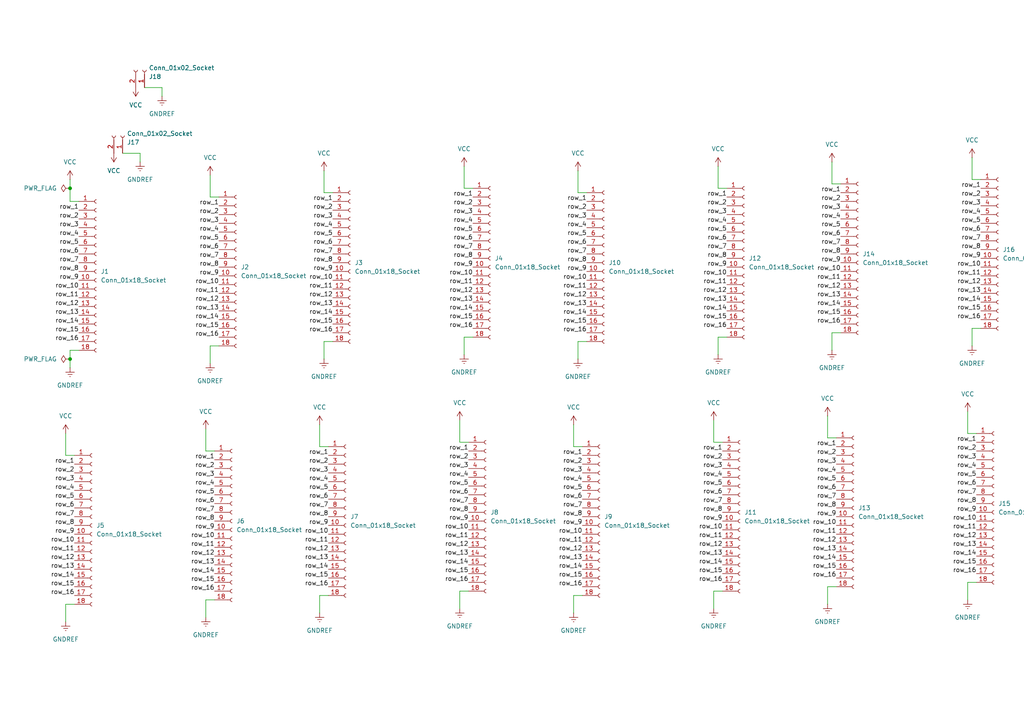
<source format=kicad_sch>
(kicad_sch (version 20250114) (generator "eeschema") (generator_version "9.0")
  (paper "A4")
  (lib_symbols
    (symbol "Connector:Conn_01x02_Socket" (pin_names (offset 1.016) (hide yes))
      (property "Reference" "J" (at 0 2.54 0))
      (property "Value" "Conn_01x02_Socket" (at 0 -5.08 0))
      (symbol "Conn_01x02_Socket_1_1"
        (polyline (pts (xy -1.27 0) (xy -0.508 0)) (stroke (width 0.1524)))
        (polyline (pts (xy -1.27 -2.54) (xy -0.508 -2.54)) (stroke (width 0.1524)))
        (arc (start 0 -0.508) (mid -0.5058 0) (end 0 0.508) (stroke (width 0.1524)))
        (arc (start 0 -3.048) (mid -0.5058 -2.54) (end 0 -2.032) (stroke (width 0.1524)))
        (pin passive line (at -5.08 0 0) (length 3.81) (name "Pin_1") (number "1"))
        (pin passive line (at -5.08 -2.54 0) (length 3.81) (name "Pin_2") (number "2"))
      )
    )
    (symbol "Connector:Conn_01x18_Socket" (pin_names (offset 1.016) (hide yes))
      (property "Reference" "J" (at 0 22.86 0))
      (property "Value" "Conn_01x18_Socket" (at 0 -25.4 0))
      (symbol "Conn_01x18_Socket_1_1"
        (polyline (pts (xy -1.27 20.32) (xy -0.508 20.32)) (stroke (width 0.1524)))
        (polyline (pts (xy -1.27 17.78) (xy -0.508 17.78)) (stroke (width 0.1524)))
        (polyline (pts (xy -1.27 15.24) (xy -0.508 15.24)) (stroke (width 0.1524)))
        (polyline (pts (xy -1.27 12.7) (xy -0.508 12.7)) (stroke (width 0.1524)))
        (polyline (pts (xy -1.27 10.16) (xy -0.508 10.16)) (stroke (width 0.1524)))
        (polyline (pts (xy -1.27 7.62) (xy -0.508 7.62)) (stroke (width 0.1524)))
        (polyline (pts (xy -1.27 5.08) (xy -0.508 5.08)) (stroke (width 0.1524)))
        (polyline (pts (xy -1.27 2.54) (xy -0.508 2.54)) (stroke (width 0.1524)))
        (polyline (pts (xy -1.27 0) (xy -0.508 0)) (stroke (width 0.1524)))
        (polyline (pts (xy -1.27 -2.54) (xy -0.508 -2.54)) (stroke (width 0.1524)))
        (polyline (pts (xy -1.27 -5.08) (xy -0.508 -5.08)) (stroke (width 0.1524)))
        (polyline (pts (xy -1.27 -7.62) (xy -0.508 -7.62)) (stroke (width 0.1524)))
        (polyline (pts (xy -1.27 -10.16) (xy -0.508 -10.16)) (stroke (width 0.1524)))
        (polyline (pts (xy -1.27 -12.7) (xy -0.508 -12.7)) (stroke (width 0.1524)))
        (polyline (pts (xy -1.27 -15.24) (xy -0.508 -15.24)) (stroke (width 0.1524)))
        (polyline (pts (xy -1.27 -17.78) (xy -0.508 -17.78)) (stroke (width 0.1524)))
        (polyline (pts (xy -1.27 -20.32) (xy -0.508 -20.32)) (stroke (width 0.1524)))
        (polyline (pts (xy -1.27 -22.86) (xy -0.508 -22.86)) (stroke (width 0.1524)))
        (arc (start 0 19.812) (mid -0.5058 20.32) (end 0 20.828) (stroke (width 0.1524)))
        (arc (start 0 17.272) (mid -0.5058 17.78) (end 0 18.288) (stroke (width 0.1524)))
        (arc (start 0 14.732) (mid -0.5058 15.24) (end 0 15.748) (stroke (width 0.1524)))
        (arc (start 0 12.192) (mid -0.5058 12.7) (end 0 13.208) (stroke (width 0.1524)))
        (arc (start 0 9.652) (mid -0.5058 10.16) (end 0 10.668) (stroke (width 0.1524)))
        (arc (start 0 7.112) (mid -0.5058 7.62) (end 0 8.128) (stroke (width 0.1524)))
        (arc (start 0 4.572) (mid -0.5058 5.08) (end 0 5.588) (stroke (width 0.1524)))
        (arc (start 0 2.032) (mid -0.5058 2.54) (end 0 3.048) (stroke (width 0.1524)))
        (arc (start 0 -0.508) (mid -0.5058 0) (end 0 0.508) (stroke (width 0.1524)))
        (arc (start 0 -3.048) (mid -0.5058 -2.54) (end 0 -2.032) (stroke (width 0.1524)))
        (arc (start 0 -5.588) (mid -0.5058 -5.08) (end 0 -4.572) (stroke (width 0.1524)))
        (arc (start 0 -8.128) (mid -0.5058 -7.62) (end 0 -7.112) (stroke (width 0.1524)))
        (arc (start 0 -10.668) (mid -0.5058 -10.16) (end 0 -9.652) (stroke (width 0.1524)))
        (arc (start 0 -13.208) (mid -0.5058 -12.7) (end 0 -12.192) (stroke (width 0.1524)))
        (arc (start 0 -15.748) (mid -0.5058 -15.24) (end 0 -14.732) (stroke (width 0.1524)))
        (arc (start 0 -18.288) (mid -0.5058 -17.78) (end 0 -17.272) (stroke (width 0.1524)))
        (arc (start 0 -20.828) (mid -0.5058 -20.32) (end 0 -19.812) (stroke (width 0.1524)))
        (arc (start 0 -23.368) (mid -0.5058 -22.86) (end 0 -22.352) (stroke (width 0.1524)))
        (pin passive line (at -5.08 20.32 0) (length 3.81) (name "Pin_1") (number "1"))
        (pin passive line (at -5.08 17.78 0) (length 3.81) (name "Pin_2") (number "2"))
        (pin passive line (at -5.08 15.24 0) (length 3.81) (name "Pin_3") (number "3"))
        (pin passive line (at -5.08 12.7 0) (length 3.81) (name "Pin_4") (number "4"))
        (pin passive line (at -5.08 10.16 0) (length 3.81) (name "Pin_5") (number "5"))
        (pin passive line (at -5.08 7.62 0) (length 3.81) (name "Pin_6") (number "6"))
        (pin passive line (at -5.08 5.08 0) (length 3.81) (name "Pin_7") (number "7"))
        (pin passive line (at -5.08 2.54 0) (length 3.81) (name "Pin_8") (number "8"))
        (pin passive line (at -5.08 0 0) (length 3.81) (name "Pin_9") (number "9"))
        (pin passive line (at -5.08 -2.54 0) (length 3.81) (name "Pin_10") (number "10"))
        (pin passive line (at -5.08 -5.08 0) (length 3.81) (name "Pin_11") (number "11"))
        (pin passive line (at -5.08 -7.62 0) (length 3.81) (name "Pin_12") (number "12"))
        (pin passive line (at -5.08 -10.16 0) (length 3.81) (name "Pin_13") (number "13"))
        (pin passive line (at -5.08 -12.7 0) (length 3.81) (name "Pin_14") (number "14"))
        (pin passive line (at -5.08 -15.24 0) (length 3.81) (name "Pin_15") (number "15"))
        (pin passive line (at -5.08 -17.78 0) (length 3.81) (name "Pin_16") (number "16"))
        (pin passive line (at -5.08 -20.32 0) (length 3.81) (name "Pin_17") (number "17"))
        (pin passive line (at -5.08 -22.86 0) (length 3.81) (name "Pin_18") (number "18"))
      )
    )
    (symbol "power:GNDREF" (power) (pin_numbers (hide yes)) (pin_names (offset 0) (hide yes))
      (property "Value" "GNDREF" (at 0 -3.81 0))
      (symbol "GNDREF_0_1"
        (polyline (pts (xy -0.635 -1.905) (xy 0.635 -1.905)))
        (polyline (pts (xy -0.127 -2.54) (xy 0.127 -2.54)))
        (polyline (pts (xy 0 -1.27) (xy 0 0)))
        (polyline (pts (xy 1.27 -1.27) (xy -1.27 -1.27)))
      )
      (symbol "GNDREF_1_1"
        (pin power_in line (at 0 0 270) (length 0) (name "~") (number "1"))
      )
    )
    (symbol "power:PWR_FLAG" (power) (pin_numbers (hide yes)) (pin_names (offset 0) (hide yes))
      (property "Value" "PWR_FLAG" (at 0 3.81 0))
      (symbol "PWR_FLAG_0_0"
        (pin power_out line (at 0 0 90) (length 0) (name "~") (number "1"))
      )
      (symbol "PWR_FLAG_0_1"
        (polyline (pts (xy 0 0) (xy 0 1.27) (xy -1.016 1.905) (xy 0 2.54) (xy 1.016 1.905) (xy 0 1.27)))
      )
    )
    (symbol "power:VCC" (power) (pin_numbers (hide yes)) (pin_names (offset 0) (hide yes))
      (property "Value" "VCC" (at 0 3.556 0))
      (symbol "VCC_0_1"
        (polyline (pts (xy -0.762 1.27) (xy 0 2.54)))
        (polyline (pts (xy 0 2.54) (xy 0.762 1.27)))
        (polyline (pts (xy 0 0) (xy 0 2.54)))
      )
      (symbol "VCC_1_1"
        (pin power_in line (at 0 0 90) (length 0) (name "~") (number "1"))
      )
    )
  )
  (junction (at 20.32 104.14))
  (junction (at 20.32 54.61))
  (wire (pts (xy 208.28 48.26) (xy 208.28 54.61)))
  (wire (pts (xy 240.03 120.65) (xy 240.03 127)))
  (wire (pts (xy 210.82 97.79) (xy 208.28 97.79)))
  (wire (pts (xy 133.35 121.92) (xy 133.35 128.27)))
  (wire (pts (xy 92.71 123.19) (xy 92.71 129.54)))
  (wire (pts (xy 168.91 172.72) (xy 166.37 172.72)))
  (wire (pts (xy 281.94 52.07) (xy 284.48 52.07)))
  (wire (pts (xy 63.5 100.33) (xy 60.96 100.33)))
  (wire (pts (xy 284.48 95.25) (xy 281.94 95.25)))
  (wire (pts (xy 93.98 55.88) (xy 96.52 55.88)))
  (wire (pts (xy 135.89 171.45) (xy 133.35 171.45)))
  (wire (pts (xy 62.23 173.99) (xy 59.69 173.99)))
  (wire (pts (xy 240.03 127) (xy 242.57 127)))
  (wire (pts (xy 134.62 54.61) (xy 137.16 54.61)))
  (wire (pts (xy 93.98 49.53) (xy 93.98 55.88)))
  (wire (pts (xy 19.05 125.73) (xy 19.05 132.08)))
  (wire (pts (xy 20.32 58.42) (xy 22.86 58.42)))
  (wire (pts (xy 133.35 128.27) (xy 135.89 128.27)))
  (wire (pts (xy 93.98 99.06) (xy 93.98 104.14)))
  (wire (pts (xy 241.3 96.52) (xy 241.3 101.6)))
  (wire (pts (xy 283.21 168.91) (xy 280.67 168.91)))
  (wire (pts (xy 59.69 130.81) (xy 62.23 130.81)))
  (wire (pts (xy 60.96 57.15) (xy 63.5 57.15)))
  (wire (pts (xy 92.71 129.54) (xy 95.25 129.54)))
  (wire (pts (xy 280.67 125.73) (xy 283.21 125.73)))
  (wire (pts (xy 22.86 101.6) (xy 20.32 101.6)))
  (wire (pts (xy 60.96 50.8) (xy 60.96 57.15)))
  (wire (pts (xy 46.99 25.4) (xy 46.99 27.94)))
  (wire (pts (xy 170.18 99.06) (xy 167.64 99.06)))
  (wire (pts (xy 20.32 52.07) (xy 20.32 54.61)))
  (wire (pts (xy 59.69 173.99) (xy 59.69 179.07)))
  (wire (pts (xy 20.32 104.14) (xy 20.32 106.68)))
  (wire (pts (xy 41.91 25.4) (xy 46.99 25.4)))
  (wire (pts (xy 281.94 95.25) (xy 281.94 100.33)))
  (wire (pts (xy 133.35 171.45) (xy 133.35 176.53)))
  (wire (pts (xy 209.55 171.45) (xy 207.01 171.45)))
  (wire (pts (xy 21.59 175.26) (xy 19.05 175.26)))
  (wire (pts (xy 166.37 172.72) (xy 166.37 177.8)))
  (wire (pts (xy 19.05 175.26) (xy 19.05 180.34)))
  (wire (pts (xy 95.25 172.72) (xy 92.71 172.72)))
  (wire (pts (xy 137.16 97.79) (xy 134.62 97.79)))
  (wire (pts (xy 92.71 172.72) (xy 92.71 177.8)))
  (wire (pts (xy 207.01 121.92) (xy 207.01 128.27)))
  (wire (pts (xy 207.01 171.45) (xy 207.01 176.53)))
  (wire (pts (xy 19.05 132.08) (xy 21.59 132.08)))
  (wire (pts (xy 241.3 53.34) (xy 243.84 53.34)))
  (wire (pts (xy 208.28 54.61) (xy 210.82 54.61)))
  (wire (pts (xy 167.64 49.53) (xy 167.64 55.88)))
  (wire (pts (xy 281.94 45.72) (xy 281.94 52.07)))
  (wire (pts (xy 243.84 96.52) (xy 241.3 96.52)))
  (wire (pts (xy 20.32 101.6) (xy 20.32 104.14)))
  (wire (pts (xy 208.28 97.79) (xy 208.28 102.87)))
  (wire (pts (xy 20.32 54.61) (xy 20.32 58.42)))
  (wire (pts (xy 280.67 119.38) (xy 280.67 125.73)))
  (wire (pts (xy 167.64 99.06) (xy 167.64 104.14)))
  (wire (pts (xy 134.62 48.26) (xy 134.62 54.61)))
  (wire (pts (xy 59.69 124.46) (xy 59.69 130.81)))
  (wire (pts (xy 134.62 97.79) (xy 134.62 102.87)))
  (wire (pts (xy 207.01 128.27) (xy 209.55 128.27)))
  (wire (pts (xy 241.3 46.99) (xy 241.3 53.34)))
  (wire (pts (xy 242.57 170.18) (xy 240.03 170.18)))
  (wire (pts (xy 96.52 99.06) (xy 93.98 99.06)))
  (wire (pts (xy 240.03 170.18) (xy 240.03 175.26)))
  (wire (pts (xy 166.37 123.19) (xy 166.37 129.54)))
  (wire (pts (xy 167.64 55.88) (xy 170.18 55.88)))
  (wire (pts (xy 60.96 100.33) (xy 60.96 105.41)))
  (wire (pts (xy 166.37 129.54) (xy 168.91 129.54)))
  (wire (pts (xy 35.56 44.45) (xy 40.64 44.45)))
  (wire (pts (xy 280.67 168.91) (xy 280.67 173.99)))
  (wire (pts (xy 40.64 44.45) (xy 40.64 46.99)))
  (label "row_1" (at 284.48 54.61 180))
  (label "row_11" (at 170.18 83.82 180))
  (label "row_2" (at 63.5 62.23 180))
  (label "row_14" (at 168.91 165.1 180))
  (label "row_2" (at 95.25 134.62 180))
  (label "row_6" (at 168.91 144.78 180))
  (label "row_1" (at 62.23 133.35 180))
  (label "row_12" (at 210.82 85.09 180))
  (label "row_13" (at 96.52 88.9 180))
  (label "row_9" (at 209.55 151.13 180))
  (label "row_13" (at 137.16 87.63 180))
  (label "row_13" (at 210.82 87.63 180))
  (label "row_7" (at 21.59 149.86 180))
  (label "row_16" (at 22.86 99.06 180))
  (label "row_2" (at 21.59 137.16 180))
  (label "row_8" (at 137.16 74.93 180))
  (label "row_8" (at 242.57 147.32 180))
  (label "row_7" (at 284.48 69.85 180))
  (label "row_12" (at 95.25 160.02 180))
  (label "row_8" (at 135.89 148.59 180))
  (label "row_8" (at 63.5 77.47 180))
  (label "row_9" (at 284.48 74.93 180))
  (label "row_10" (at 243.84 78.74 180))
  (label "row_8" (at 95.25 149.86 180))
  (label "row_11" (at 210.82 82.55 180))
  (label "row_15" (at 96.52 93.98 180))
  (label "row_10" (at 242.57 152.4 180))
  (label "row_8" (at 210.82 74.93 180))
  (label "row_9" (at 135.89 151.13 180))
  (label "row_15" (at 62.23 168.91 180))
  (label "row_8" (at 21.59 152.4 180))
  (label "row_5" (at 137.16 67.31 180))
  (label "row_9" (at 210.82 77.47 180))
  (label "row_5" (at 63.5 69.85 180))
  (label "row_6" (at 22.86 73.66 180))
  (label "row_3" (at 22.86 66.04 180))
  (label "row_10" (at 96.52 81.28 180))
  (label "row_10" (at 170.18 81.28 180))
  (label "row_12" (at 22.86 88.9 180))
  (label "row_4" (at 62.23 140.97 180))
  (label "row_7" (at 63.5 74.93 180))
  (label "row_3" (at 135.89 135.89 180))
  (label "row_2" (at 170.18 60.96 180))
  (label "row_5" (at 209.55 140.97 180))
  (label "row_5" (at 283.21 138.43 180))
  (label "row_2" (at 135.89 133.35 180))
  (label "row_15" (at 284.48 90.17 180))
  (label "row_8" (at 170.18 76.2 180))
  (label "row_9" (at 168.91 152.4 180))
  (label "row_13" (at 170.18 88.9 180))
  (label "row_2" (at 283.21 130.81 180))
  (label "row_3" (at 21.59 139.7 180))
  (label "row_11" (at 96.52 83.82 180))
  (label "row_7" (at 209.55 146.05 180))
  (label "row_13" (at 22.86 91.44 180))
  (label "row_4" (at 135.89 138.43 180))
  (label "row_6" (at 63.5 72.39 180))
  (label "row_16" (at 210.82 95.25 180))
  (label "row_9" (at 62.23 153.67 180))
  (label "row_6" (at 96.52 71.12 180))
  (label "row_16" (at 63.5 97.79 180))
  (label "row_10" (at 63.5 82.55 180))
  (label "row_15" (at 168.91 167.64 180))
  (label "row_3" (at 283.21 133.35 180))
  (label "row_4" (at 95.25 139.7 180))
  (label "row_14" (at 242.57 162.56 180))
  (label "row_2" (at 210.82 59.69 180))
  (label "row_2" (at 243.84 58.42 180))
  (label "row_6" (at 283.21 140.97 180))
  (label "row_11" (at 62.23 158.75 180))
  (label "row_13" (at 283.21 158.75 180))
  (label "row_15" (at 243.84 91.44 180))
  (label "row_8" (at 283.21 146.05 180))
  (label "row_12" (at 170.18 86.36 180))
  (label "row_5" (at 210.82 67.31 180))
  (label "row_15" (at 170.18 93.98 180))
  (label "row_10" (at 209.55 153.67 180))
  (label "row_16" (at 21.59 172.72 180))
  (label "row_1" (at 242.57 129.54 180))
  (label "row_3" (at 242.57 134.62 180))
  (label "row_16" (at 137.16 95.25 180))
  (label "row_5" (at 168.91 142.24 180))
  (label "row_7" (at 170.18 73.66 180))
  (label "row_13" (at 21.59 165.1 180))
  (label "row_6" (at 284.48 67.31 180))
  (label "row_10" (at 95.25 154.94 180))
  (label "row_10" (at 135.89 153.67 180))
  (label "row_6" (at 210.82 69.85 180))
  (label "row_11" (at 283.21 153.67 180))
  (label "row_8" (at 96.52 76.2 180))
  (label "row_16" (at 283.21 166.37 180))
  (label "row_14" (at 63.5 92.71 180))
  (label "row_1" (at 135.89 130.81 180))
  (label "row_7" (at 62.23 148.59 180))
  (label "row_11" (at 243.84 81.28 180))
  (label "row_5" (at 95.25 142.24 180))
  (label "row_7" (at 242.57 144.78 180))
  (label "row_1" (at 96.52 58.42 180))
  (label "row_16" (at 96.52 96.52 180))
  (label "row_11" (at 63.5 85.09 180))
  (label "row_14" (at 22.86 93.98 180))
  (label "row_15" (at 135.89 166.37 180))
  (label "row_8" (at 243.84 73.66 180))
  (label "row_11" (at 284.48 80.01 180))
  (label "row_10" (at 210.82 80.01 180))
  (label "row_3" (at 284.48 59.69 180))
  (label "row_5" (at 22.86 71.12 180))
  (label "row_5" (at 62.23 143.51 180))
  (label "row_15" (at 242.57 165.1 180))
  (label "row_9" (at 137.16 77.47 180))
  (label "row_15" (at 21.59 170.18 180))
  (label "row_2" (at 62.23 135.89 180))
  (label "row_8" (at 284.48 72.39 180))
  (label "row_1" (at 22.86 60.96 180))
  (label "row_9" (at 242.57 149.86 180))
  (label "row_3" (at 210.82 62.23 180))
  (label "row_7" (at 137.16 72.39 180))
  (label "row_7" (at 22.86 76.2 180))
  (label "row_11" (at 21.59 160.02 180))
  (label "row_13" (at 62.23 163.83 180))
  (label "row_15" (at 22.86 96.52 180))
  (label "row_6" (at 137.16 69.85 180))
  (label "row_15" (at 137.16 92.71 180))
  (label "row_13" (at 242.57 160.02 180))
  (label "row_16" (at 170.18 96.52 180))
  (label "row_6" (at 95.25 144.78 180))
  (label "row_6" (at 209.55 143.51 180))
  (label "row_4" (at 63.5 67.31 180))
  (label "row_6" (at 135.89 143.51 180))
  (label "row_2" (at 242.57 132.08 180))
  (label "row_14" (at 21.59 167.64 180))
  (label "row_1" (at 283.21 128.27 180))
  (label "row_16" (at 135.89 168.91 180))
  (label "row_2" (at 284.48 57.15 180))
  (label "row_4" (at 170.18 66.04 180))
  (label "row_2" (at 22.86 63.5 180))
  (label "row_14" (at 209.55 163.83 180))
  (label "row_14" (at 96.52 91.44 180))
  (label "row_16" (at 242.57 167.64 180))
  (label "row_14" (at 284.48 87.63 180))
  (label "row_1" (at 21.59 134.62 180))
  (label "row_2" (at 209.55 133.35 180))
  (label "row_16" (at 168.91 170.18 180))
  (label "row_1" (at 210.82 57.15 180))
  (label "row_1" (at 170.18 58.42 180))
  (label "row_10" (at 21.59 157.48 180))
  (label "row_5" (at 21.59 144.78 180))
  (label "row_16" (at 209.55 168.91 180))
  (label "row_1" (at 209.55 130.81 180))
  (label "row_7" (at 243.84 71.12 180))
  (label "row_11" (at 135.89 156.21 180))
  (label "row_2" (at 168.91 134.62 180))
  (label "row_4" (at 21.59 142.24 180))
  (label "row_11" (at 95.25 157.48 180))
  (label "row_3" (at 209.55 135.89 180))
  (label "row_12" (at 168.91 160.02 180))
  (label "row_1" (at 63.5 59.69 180))
  (label "row_12" (at 284.48 82.55 180))
  (label "row_9" (at 170.18 78.74 180))
  (label "row_16" (at 62.23 171.45 180))
  (label "row_10" (at 62.23 156.21 180))
  (label "row_5" (at 135.89 140.97 180))
  (label "row_6" (at 170.18 71.12 180))
  (label "row_13" (at 95.25 162.56 180))
  (label "row_11" (at 209.55 156.21 180))
  (label "row_12" (at 137.16 85.09 180))
  (label "row_13" (at 135.89 161.29 180))
  (label "row_14" (at 170.18 91.44 180))
  (label "row_16" (at 284.48 92.71 180))
  (label "row_13" (at 209.55 161.29 180))
  (label "row_9" (at 243.84 76.2 180))
  (label "row_4" (at 283.21 135.89 180))
  (label "row_15" (at 63.5 95.25 180))
  (label "row_11" (at 22.86 86.36 180))
  (label "row_4" (at 210.82 64.77 180))
  (label "row_8" (at 209.55 148.59 180))
  (label "row_12" (at 209.55 158.75 180))
  (label "row_3" (at 243.84 60.96 180))
  (label "row_7" (at 96.52 73.66 180))
  (label "row_15" (at 283.21 163.83 180))
  (label "row_10" (at 168.91 154.94 180))
  (label "row_3" (at 62.23 138.43 180))
  (label "row_12" (at 96.52 86.36 180))
  (label "row_3" (at 63.5 64.77 180))
  (label "row_12" (at 243.84 83.82 180))
  (label "row_6" (at 243.84 68.58 180))
  (label "row_4" (at 284.48 62.23 180))
  (label "row_6" (at 21.59 147.32 180))
  (label "row_3" (at 96.52 63.5 180))
  (label "row_1" (at 95.25 132.08 180))
  (label "row_4" (at 243.84 63.5 180))
  (label "row_8" (at 62.23 151.13 180))
  (label "row_13" (at 243.84 86.36 180))
  (label "row_12" (at 242.57 157.48 180))
  (label "row_14" (at 62.23 166.37 180))
  (label "row_4" (at 137.16 64.77 180))
  (label "row_14" (at 283.21 161.29 180))
  (label "row_12" (at 62.23 161.29 180))
  (label "row_6" (at 62.23 146.05 180))
  (label "row_9" (at 95.25 152.4 180))
  (label "row_12" (at 63.5 87.63 180))
  (label "row_15" (at 210.82 92.71 180))
  (label "row_14" (at 135.89 163.83 180))
  (label "row_8" (at 22.86 78.74 180))
  (label "row_5" (at 242.57 139.7 180))
  (label "row_1" (at 243.84 55.88 180))
  (label "row_2" (at 96.52 60.96 180))
  (label "row_10" (at 284.48 77.47 180))
  (label "row_14" (at 210.82 90.17 180))
  (label "row_3" (at 168.91 137.16 180))
  (label "row_7" (at 283.21 143.51 180))
  (label "row_5" (at 96.52 68.58 180))
  (label "row_10" (at 137.16 80.01 180))
  (label "row_9" (at 22.86 81.28 180))
  (label "row_8" (at 168.91 149.86 180))
  (label "row_5" (at 170.18 68.58 180))
  (label "row_7" (at 210.82 72.39 180))
  (label "row_4" (at 242.57 137.16 180))
  (label "row_5" (at 284.48 64.77 180))
  (label "row_3" (at 137.16 62.23 180))
  (label "row_5" (at 243.84 66.04 180))
  (label "row_1" (at 137.16 57.15 180))
  (label "row_10" (at 22.86 83.82 180))
  (label "row_2" (at 137.16 59.69 180))
  (label "row_16" (at 95.25 170.18 180))
  (label "row_9" (at 96.52 78.74 180))
  (label "row_11" (at 168.91 157.48 180))
  (label "row_9" (at 283.21 148.59 180))
  (label "row_7" (at 168.91 147.32 180))
  (label "row_13" (at 63.5 90.17 180))
  (label "row_12" (at 21.59 162.56 180))
  (label "row_9" (at 21.59 154.94 180))
  (label "row_15" (at 95.25 167.64 180))
  (label "row_11" (at 137.16 82.55 180))
  (label "row_15" (at 209.55 166.37 180))
  (label "row_13" (at 168.91 162.56 180))
  (label "row_7" (at 95.25 147.32 180))
  (label "row_3" (at 170.18 63.5 180))
  (label "row_12" (at 283.21 156.21 180))
  (label "row_1" (at 168.91 132.08 180))
  (label "row_14" (at 137.16 90.17 180))
  (label "row_4" (at 96.52 66.04 180))
  (label "row_4" (at 209.55 138.43 180))
  (label "row_14" (at 95.25 165.1 180))
  (label "row_16" (at 243.84 93.98 180))
  (label "row_3" (at 95.25 137.16 180))
  (label "row_12" (at 135.89 158.75 180))
  (label "row_6" (at 242.57 142.24 180))
  (label "row_4" (at 22.86 68.58 180))
  (label "row_14" (at 243.84 88.9 180))
  (label "row_9" (at 63.5 80.01 180))
  (label "row_7" (at 135.89 146.05 180))
  (label "row_13" (at 284.48 85.09 180))
  (label "row_11" (at 242.57 154.94 180))
  (label "row_10" (at 283.21 151.13 180))
  (label "row_4" (at 168.91 139.7 180))
  (symbol (lib_id "Connector:Conn_01x18_Socket") (at 140.97 148.59 0) (unit 1)
    (property "Reference" "J8" (at 142.24 148.5899 0) (effects (justify left)))
    (property "Value" "Conn_01x18_Socket" (at 142.24 151.1299 0) (effects (justify left)))
    (property "Footprint" "Connector_PinHeader_2.54mm:PinHeader_1x18_P2.54mm_Vertical" (effects (hide yes)))
    (property "Description" "Generic connector, single row, 01x18, script generated" (effects (hide yes)))
  )
  (symbol (lib_id "power:VCC") (at 207.01 121.92 0) (unit 1)
    (property "Reference" "#PWR021" (effects (hide yes)))
    (property "Value" "VCC" (at 207.01 116.84 0))
    (property "Description" "Power symbol creates a global label with name \"VCC\"" (effects (hide yes)))
  )
  (symbol (lib_id "Connector:Conn_01x18_Socket") (at 67.31 151.13 0) (unit 1)
    (property "Reference" "J6" (at 68.58 151.1299 0) (effects (justify left)))
    (property "Value" "Conn_01x18_Socket" (at 68.58 153.6699 0) (effects (justify left)))
    (property "Footprint" "Connector_PinHeader_2.54mm:PinHeader_1x18_P2.54mm_Vertical" (effects (hide yes)))
    (property "Description" "Generic connector, single row, 01x18, script generated" (effects (hide yes)))
  )
  (symbol (lib_id "power:GNDREF") (at 280.67 173.99 0) (unit 1)
    (property "Reference" "#PWR030" (effects (hide yes)))
    (property "Value" "GNDREF" (at 280.67 179.07 0))
    (property "Description" "Power symbol creates a global label with name \"GNDREF\" , reference supply ground" (effects (hide yes)))
  )
  (symbol (lib_id "power:VCC") (at 167.64 49.53 0) (unit 1)
    (property "Reference" "#PWR019" (effects (hide yes)))
    (property "Value" "VCC" (at 167.64 44.45 0))
    (property "Description" "Power symbol creates a global label with name \"VCC\"" (effects (hide yes)))
  )
  (symbol (lib_id "power:GNDREF") (at 19.05 180.34 0) (unit 1)
    (property "Reference" "#PWR010" (effects (hide yes)))
    (property "Value" "GNDREF" (at 19.05 185.42 0))
    (property "Description" "Power symbol creates a global label with name \"GNDREF\" , reference supply ground" (effects (hide yes)))
  )
  (symbol (lib_id "Connector:Conn_01x18_Socket") (at 215.9 74.93 0) (unit 1)
    (property "Reference" "J12" (at 217.17 74.9299 0) (effects (justify left)))
    (property "Value" "Conn_01x18_Socket" (at 217.17 77.4699 0) (effects (justify left)))
    (property "Footprint" "Connector_PinHeader_2.54mm:PinHeader_1x18_P2.54mm_Vertical" (effects (hide yes)))
    (property "Description" "Generic connector, single row, 01x18, script generated" (effects (hide yes)))
  )
  (symbol (lib_id "power:GNDREF") (at 241.3 101.6 0) (unit 1)
    (property "Reference" "#PWR028" (effects (hide yes)))
    (property "Value" "GNDREF" (at 241.3 106.68 0))
    (property "Description" "Power symbol creates a global label with name \"GNDREF\" , reference supply ground" (effects (hide yes)))
  )
  (symbol (lib_id "power:VCC") (at 33.02 44.45 0) (mirror x) (unit 1)
    (property "Reference" "#PWR033" (effects (hide yes)))
    (property "Value" "VCC" (at 33.02 49.53 0))
    (property "Description" "Power symbol creates a global label with name \"VCC\"" (effects (hide yes)))
  )
  (symbol (lib_id "power:VCC") (at 240.03 120.65 0) (unit 1)
    (property "Reference" "#PWR025" (effects (hide yes)))
    (property "Value" "VCC" (at 240.03 115.57 0))
    (property "Description" "Power symbol creates a global label with name \"VCC\"" (effects (hide yes)))
  )
  (symbol (lib_id "Connector:Conn_01x18_Socket") (at 27.94 78.74 0) (unit 1)
    (property "Reference" "J1" (at 29.21 78.7399 0) (effects (justify left)))
    (property "Value" "Conn_01x18_Socket" (at 29.21 81.2799 0) (effects (justify left)))
    (property "Footprint" "Connector_PinHeader_2.54mm:PinHeader_1x18_P2.54mm_Vertical" (effects (hide yes)))
    (property "Description" "Generic connector, single row, 01x18, script generated" (effects (hide yes)))
  )
  (symbol (lib_id "power:GNDREF") (at 134.62 102.87 0) (unit 1)
    (property "Reference" "#PWR08" (effects (hide yes)))
    (property "Value" "GNDREF" (at 134.62 107.95 0))
    (property "Description" "Power symbol creates a global label with name \"GNDREF\" , reference supply ground" (effects (hide yes)))
  )
  (symbol (lib_id "power:GNDREF") (at 60.96 105.41 0) (unit 1)
    (property "Reference" "#PWR03" (effects (hide yes)))
    (property "Value" "GNDREF" (at 60.96 110.49 0))
    (property "Description" "Power symbol creates a global label with name \"GNDREF\" , reference supply ground" (effects (hide yes)))
  )
  (symbol (lib_id "power:VCC") (at 166.37 123.19 0) (unit 1)
    (property "Reference" "#PWR017" (effects (hide yes)))
    (property "Value" "VCC" (at 166.37 118.11 0))
    (property "Description" "Power symbol creates a global label with name \"VCC\"" (effects (hide yes)))
  )
  (symbol (lib_id "power:PWR_FLAG") (at 20.32 54.61 90) (unit 1)
    (property "Reference" "#FLG01" (effects (hide yes)))
    (property "Value" "PWR_FLAG" (at 16.51 54.6099 90) (effects (justify left)))
    (property "Description" "Special symbol for telling ERC where power comes from" (effects (hide yes)))
  )
  (symbol (lib_id "power:GNDREF") (at 59.69 179.07 0) (unit 1)
    (property "Reference" "#PWR012" (effects (hide yes)))
    (property "Value" "GNDREF" (at 59.69 184.15 0))
    (property "Description" "Power symbol creates a global label with name \"GNDREF\" , reference supply ground" (effects (hide yes)))
  )
  (symbol (lib_id "Connector:Conn_01x18_Socket") (at 142.24 74.93 0) (unit 1)
    (property "Reference" "J4" (at 143.51 74.9299 0) (effects (justify left)))
    (property "Value" "Conn_01x18_Socket" (at 143.51 77.4699 0) (effects (justify left)))
    (property "Footprint" "Connector_PinHeader_2.54mm:PinHeader_1x18_P2.54mm_Vertical" (effects (hide yes)))
    (property "Description" "Generic connector, single row, 01x18, script generated" (effects (hide yes)))
  )
  (symbol (lib_id "Connector:Conn_01x18_Socket") (at 100.33 149.86 0) (unit 1)
    (property "Reference" "J7" (at 101.6 149.8599 0) (effects (justify left)))
    (property "Value" "Conn_01x18_Socket" (at 101.6 152.3999 0) (effects (justify left)))
    (property "Footprint" "Connector_PinHeader_2.54mm:PinHeader_1x18_P2.54mm_Vertical" (effects (hide yes)))
    (property "Description" "Generic connector, single row, 01x18, script generated" (effects (hide yes)))
  )
  (symbol (lib_id "power:VCC") (at 281.94 45.72 0) (unit 1)
    (property "Reference" "#PWR031" (effects (hide yes)))
    (property "Value" "VCC" (at 281.94 40.64 0))
    (property "Description" "Power symbol creates a global label with name \"VCC\"" (effects (hide yes)))
  )
  (symbol (lib_id "power:VCC") (at 19.05 125.73 0) (unit 1)
    (property "Reference" "#PWR09" (effects (hide yes)))
    (property "Value" "VCC" (at 19.05 120.65 0))
    (property "Description" "Power symbol creates a global label with name \"VCC\"" (effects (hide yes)))
  )
  (symbol (lib_id "Connector:Conn_01x18_Socket") (at 247.65 147.32 0) (unit 1)
    (property "Reference" "J13" (at 248.92 147.3199 0) (effects (justify left)))
    (property "Value" "Conn_01x18_Socket" (at 248.92 149.8599 0) (effects (justify left)))
    (property "Footprint" "Connector_PinHeader_2.54mm:PinHeader_1x18_P2.54mm_Vertical" (effects (hide yes)))
    (property "Description" "Generic connector, single row, 01x18, script generated" (effects (hide yes)))
  )
  (symbol (lib_id "power:VCC") (at 93.98 49.53 0) (unit 1)
    (property "Reference" "#PWR05" (effects (hide yes)))
    (property "Value" "VCC" (at 93.98 44.45 0))
    (property "Description" "Power symbol creates a global label with name \"VCC\"" (effects (hide yes)))
  )
  (symbol (lib_id "Connector:Conn_01x18_Socket") (at 289.56 72.39 0) (unit 1)
    (property "Reference" "J16" (at 290.83 72.3899 0) (effects (justify left)))
    (property "Value" "Conn_01x18_Socket" (at 290.83 74.9299 0) (effects (justify left)))
    (property "Footprint" "Connector_PinHeader_2.54mm:PinHeader_1x18_P2.54mm_Vertical" (effects (hide yes)))
    (property "Description" "Generic connector, single row, 01x18, script generated" (effects (hide yes)))
  )
  (symbol (lib_id "power:GNDREF") (at 167.64 104.14 0) (unit 1)
    (property "Reference" "#PWR020" (effects (hide yes)))
    (property "Value" "GNDREF" (at 167.64 109.22 0))
    (property "Description" "Power symbol creates a global label with name \"GNDREF\" , reference supply ground" (effects (hide yes)))
  )
  (symbol (lib_id "power:GNDREF") (at 93.98 104.14 0) (unit 1)
    (property "Reference" "#PWR06" (effects (hide yes)))
    (property "Value" "GNDREF" (at 93.98 109.22 0))
    (property "Description" "Power symbol creates a global label with name \"GNDREF\" , reference supply ground" (effects (hide yes)))
  )
  (symbol (lib_id "power:GNDREF") (at 20.32 106.68 0) (unit 1)
    (property "Reference" "#PWR04" (effects (hide yes)))
    (property "Value" "GNDREF" (at 20.32 111.76 0))
    (property "Description" "Power symbol creates a global label with name \"GNDREF\" , reference supply ground" (effects (hide yes)))
  )
  (symbol (lib_id "Connector:Conn_01x18_Socket") (at 101.6 76.2 0) (unit 1)
    (property "Reference" "J3" (at 102.87 76.1999 0) (effects (justify left)))
    (property "Value" "Conn_01x18_Socket" (at 102.87 78.7399 0) (effects (justify left)))
    (property "Footprint" "Connector_PinHeader_2.54mm:PinHeader_1x18_P2.54mm_Vertical" (effects (hide yes)))
    (property "Description" "Generic connector, single row, 01x18, script generated" (effects (hide yes)))
  )
  (symbol (lib_id "Connector:Conn_01x18_Socket") (at 214.63 148.59 0) (unit 1)
    (property "Reference" "J11" (at 215.9 148.5899 0) (effects (justify left)))
    (property "Value" "Conn_01x18_Socket" (at 215.9 151.1299 0) (effects (justify left)))
    (property "Footprint" "Connector_PinHeader_2.54mm:PinHeader_1x18_P2.54mm_Vertical" (effects (hide yes)))
    (property "Description" "Generic connector, single row, 01x18, script generated" (effects (hide yes)))
  )
  (symbol (lib_id "power:GNDREF") (at 46.99 27.94 0) (unit 1)
    (property "Reference" "#PWR036" (effects (hide yes)))
    (property "Value" "GNDREF" (at 46.99 33.02 0))
    (property "Description" "Power symbol creates a global label with name \"GNDREF\" , reference supply ground" (effects (hide yes)))
  )
  (symbol (lib_id "power:VCC") (at 208.28 48.26 0) (unit 1)
    (property "Reference" "#PWR023" (effects (hide yes)))
    (property "Value" "VCC" (at 208.28 43.18 0))
    (property "Description" "Power symbol creates a global label with name \"VCC\"" (effects (hide yes)))
  )
  (symbol (lib_id "Connector:Conn_01x18_Socket") (at 68.58 77.47 0) (unit 1)
    (property "Reference" "J2" (at 69.85 77.4699 0) (effects (justify left)))
    (property "Value" "Conn_01x18_Socket" (at 69.85 80.0099 0) (effects (justify left)))
    (property "Footprint" "Connector_PinHeader_2.54mm:PinHeader_1x18_P2.54mm_Vertical" (effects (hide yes)))
    (property "Description" "Generic connector, single row, 01x18, script generated" (effects (hide yes)))
  )
  (symbol (lib_id "power:VCC") (at 20.32 52.07 0) (unit 1)
    (property "Reference" "#PWR01" (effects (hide yes)))
    (property "Value" "VCC" (at 20.32 46.99 0))
    (property "Description" "Power symbol creates a global label with name \"VCC\"" (effects (hide yes)))
  )
  (symbol (lib_id "power:VCC") (at 133.35 121.92 0) (unit 1)
    (property "Reference" "#PWR015" (effects (hide yes)))
    (property "Value" "VCC" (at 133.35 116.84 0))
    (property "Description" "Power symbol creates a global label with name \"VCC\"" (effects (hide yes)))
  )
  (symbol (lib_id "Connector:Conn_01x02_Socket") (at 41.91 20.32 270) (mirror x) (unit 1)
    (property "Reference" "J18" (at 43.18 22.2251 90) (effects (justify left)))
    (property "Value" "Conn_01x02_Socket" (at 43.18 19.6851 90) (effects (justify left)))
    (property "Footprint" "Connector_PinHeader_2.54mm:PinHeader_1x02_P2.54mm_Vertical" (effects (hide yes)))
    (property "Description" "Generic connector, single row, 01x02, script generated" (effects (hide yes)))
  )
  (symbol (lib_id "power:VCC") (at 59.69 124.46 0) (unit 1)
    (property "Reference" "#PWR011" (effects (hide yes)))
    (property "Value" "VCC" (at 59.69 119.38 0))
    (property "Description" "Power symbol creates a global label with name \"VCC\"" (effects (hide yes)))
  )
  (symbol (lib_id "power:GNDREF") (at 208.28 102.87 0) (unit 1)
    (property "Reference" "#PWR024" (effects (hide yes)))
    (property "Value" "GNDREF" (at 208.28 107.95 0))
    (property "Description" "Power symbol creates a global label with name \"GNDREF\" , reference supply ground" (effects (hide yes)))
  )
  (symbol (lib_id "Connector:Conn_01x18_Socket") (at 248.92 73.66 0) (unit 1)
    (property "Reference" "J14" (at 250.19 73.6599 0) (effects (justify left)))
    (property "Value" "Conn_01x18_Socket" (at 250.19 76.1999 0) (effects (justify left)))
    (property "Footprint" "Connector_PinHeader_2.54mm:PinHeader_1x18_P2.54mm_Vertical" (effects (hide yes)))
    (property "Description" "Generic connector, single row, 01x18, script generated" (effects (hide yes)))
  )
  (symbol (lib_id "power:GNDREF") (at 40.64 46.99 0) (unit 1)
    (property "Reference" "#PWR034" (effects (hide yes)))
    (property "Value" "GNDREF" (at 40.64 52.07 0))
    (property "Description" "Power symbol creates a global label with name \"GNDREF\" , reference supply ground" (effects (hide yes)))
  )
  (symbol (lib_id "power:GNDREF") (at 240.03 175.26 0) (unit 1)
    (property "Reference" "#PWR026" (effects (hide yes)))
    (property "Value" "GNDREF" (at 240.03 180.34 0))
    (property "Description" "Power symbol creates a global label with name \"GNDREF\" , reference supply ground" (effects (hide yes)))
  )
  (symbol (lib_id "power:VCC") (at 92.71 123.19 0) (unit 1)
    (property "Reference" "#PWR013" (effects (hide yes)))
    (property "Value" "VCC" (at 92.71 118.11 0))
    (property "Description" "Power symbol creates a global label with name \"VCC\"" (effects (hide yes)))
  )
  (symbol (lib_id "Connector:Conn_01x18_Socket") (at 173.99 149.86 0) (unit 1)
    (property "Reference" "J9" (at 175.26 149.8599 0) (effects (justify left)))
    (property "Value" "Conn_01x18_Socket" (at 175.26 152.3999 0) (effects (justify left)))
    (property "Footprint" "Connector_PinHeader_2.54mm:PinHeader_1x18_P2.54mm_Vertical" (effects (hide yes)))
    (property "Description" "Generic connector, single row, 01x18, script generated" (effects (hide yes)))
  )
  (symbol (lib_id "Connector:Conn_01x02_Socket") (at 35.56 39.37 270) (mirror x) (unit 1)
    (property "Reference" "J17" (at 36.83 41.2751 90) (effects (justify left)))
    (property "Value" "Conn_01x02_Socket" (at 36.83 38.7351 90) (effects (justify left)))
    (property "Footprint" "Connector_PinHeader_2.54mm:PinHeader_1x02_P2.54mm_Vertical" (effects (hide yes)))
    (property "Description" "Generic connector, single row, 01x02, script generated" (effects (hide yes)))
  )
  (symbol (lib_id "power:GNDREF") (at 207.01 176.53 0) (unit 1)
    (property "Reference" "#PWR022" (effects (hide yes)))
    (property "Value" "GNDREF" (at 207.01 181.61 0))
    (property "Description" "Power symbol creates a global label with name \"GNDREF\" , reference supply ground" (effects (hide yes)))
  )
  (symbol (lib_id "power:GNDREF") (at 281.94 100.33 0) (unit 1)
    (property "Reference" "#PWR032" (effects (hide yes)))
    (property "Value" "GNDREF" (at 281.94 105.41 0))
    (property "Description" "Power symbol creates a global label with name \"GNDREF\" , reference supply ground" (effects (hide yes)))
  )
  (symbol (lib_id "power:VCC") (at 280.67 119.38 0) (unit 1)
    (property "Reference" "#PWR029" (effects (hide yes)))
    (property "Value" "VCC" (at 280.67 114.3 0))
    (property "Description" "Power symbol creates a global label with name \"VCC\"" (effects (hide yes)))
  )
  (symbol (lib_id "power:VCC") (at 241.3 46.99 0) (unit 1)
    (property "Reference" "#PWR027" (effects (hide yes)))
    (property "Value" "VCC" (at 241.3 41.91 0))
    (property "Description" "Power symbol creates a global label with name \"VCC\"" (effects (hide yes)))
  )
  (symbol (lib_id "power:VCC") (at 39.37 25.4 0) (mirror x) (unit 1)
    (property "Reference" "#PWR035" (effects (hide yes)))
    (property "Value" "VCC" (at 39.37 30.48 0))
    (property "Description" "Power symbol creates a global label with name \"VCC\"" (effects (hide yes)))
  )
  (symbol (lib_id "Connector:Conn_01x18_Socket") (at 26.67 152.4 0) (unit 1)
    (property "Reference" "J5" (at 27.94 152.3999 0) (effects (justify left)))
    (property "Value" "Conn_01x18_Socket" (at 27.94 154.9399 0) (effects (justify left)))
    (property "Footprint" "Connector_PinHeader_2.54mm:PinHeader_1x18_P2.54mm_Vertical" (effects (hide yes)))
    (property "Description" "Generic connector, single row, 01x18, script generated" (effects (hide yes)))
  )
  (symbol (lib_id "power:PWR_FLAG") (at 20.32 104.14 90) (unit 1)
    (property "Reference" "#FLG02" (effects (hide yes)))
    (property "Value" "PWR_FLAG" (at 16.51 104.1399 90) (effects (justify left)))
    (property "Description" "Special symbol for telling ERC where power comes from" (effects (hide yes)))
  )
  (symbol (lib_id "power:GNDREF") (at 133.35 176.53 0) (unit 1)
    (property "Reference" "#PWR016" (effects (hide yes)))
    (property "Value" "GNDREF" (at 133.35 181.61 0))
    (property "Description" "Power symbol creates a global label with name \"GNDREF\" , reference supply ground" (effects (hide yes)))
  )
  (symbol (lib_id "Connector:Conn_01x18_Socket") (at 175.26 76.2 0) (unit 1)
    (property "Reference" "J10" (at 176.53 76.1999 0) (effects (justify left)))
    (property "Value" "Conn_01x18_Socket" (at 176.53 78.7399 0) (effects (justify left)))
    (property "Footprint" "Connector_PinHeader_2.54mm:PinHeader_1x18_P2.54mm_Vertical" (effects (hide yes)))
    (property "Description" "Generic connector, single row, 01x18, script generated" (effects (hide yes)))
  )
  (symbol (lib_id "power:VCC") (at 134.62 48.26 0) (unit 1)
    (property "Reference" "#PWR07" (effects (hide yes)))
    (property "Value" "VCC" (at 134.62 43.18 0))
    (property "Description" "Power symbol creates a global label with name \"VCC\"" (effects (hide yes)))
  )
  (symbol (lib_id "Connector:Conn_01x18_Socket") (at 288.29 146.05 0) (unit 1)
    (property "Reference" "J15" (at 289.56 146.0499 0) (effects (justify left)))
    (property "Value" "Conn_01x18_Socket" (at 289.56 148.5899 0) (effects (justify left)))
    (property "Footprint" "Connector_PinHeader_2.54mm:PinHeader_1x18_P2.54mm_Vertical" (effects (hide yes)))
    (property "Description" "Generic connector, single row, 01x18, script generated" (effects (hide yes)))
  )
  (symbol (lib_id "power:GNDREF") (at 92.71 177.8 0) (unit 1)
    (property "Reference" "#PWR014" (effects (hide yes)))
    (property "Value" "GNDREF" (at 92.71 182.88 0))
    (property "Description" "Power symbol creates a global label with name \"GNDREF\" , reference supply ground" (effects (hide yes)))
  )
  (symbol (lib_id "power:GNDREF") (at 166.37 177.8 0) (unit 1)
    (property "Reference" "#PWR018" (effects (hide yes)))
    (property "Value" "GNDREF" (at 166.37 182.88 0))
    (property "Description" "Power symbol creates a global label with name \"GNDREF\" , reference supply ground" (effects (hide yes)))
  )
  (symbol (lib_id "power:VCC") (at 60.96 50.8 0) (unit 1)
    (property "Reference" "#PWR02" (effects (hide yes)))
    (property "Value" "VCC" (at 60.96 45.72 0))
    (property "Description" "Power symbol creates a global label with name \"VCC\"" (effects (hide yes)))
  )
)
</source>
